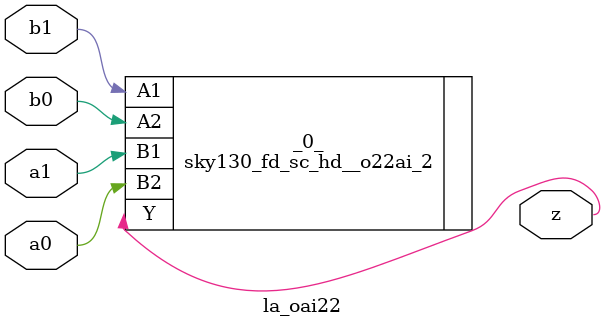
<source format=v>

module la_oai22(a0, a1, b0, b1, z);
  input a0;
  input a1;
  input b0;
  input b1;
  output z;
  sky130_fd_sc_hd__o22ai_2 _0_ (
    .A1(b1),
    .A2(b0),
    .B1(a1),
    .B2(a0),
    .Y(z)
  );
endmodule

</source>
